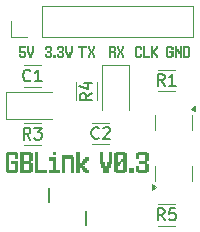
<source format=gbr>
%TF.GenerationSoftware,KiCad,Pcbnew,8.0.6-8.0.6-0~ubuntu22.04.1*%
%TF.CreationDate,2024-11-07T17:30:12-08:00*%
%TF.ProjectId,gbvideo_breakout,67627669-6465-46f5-9f62-7265616b6f75,rev?*%
%TF.SameCoordinates,Original*%
%TF.FileFunction,Legend,Top*%
%TF.FilePolarity,Positive*%
%FSLAX46Y46*%
G04 Gerber Fmt 4.6, Leading zero omitted, Abs format (unit mm)*
G04 Created by KiCad (PCBNEW 8.0.6-8.0.6-0~ubuntu22.04.1) date 2024-11-07 17:30:12*
%MOMM*%
%LPD*%
G01*
G04 APERTURE LIST*
%ADD10C,0.150000*%
%ADD11C,0.200000*%
%ADD12C,0.120000*%
G04 APERTURE END LIST*
D10*
G36*
X136811764Y-80728501D02*
G01*
X136657891Y-80728501D01*
X136504018Y-80728501D01*
X136350145Y-80728501D01*
X136196272Y-80728501D01*
X136196272Y-80575482D01*
X136042400Y-80575482D01*
X136042400Y-80422037D01*
X136042400Y-80269019D01*
X136042400Y-80115573D01*
X136042400Y-79962555D01*
X136042400Y-79812101D01*
X136042400Y-79661648D01*
X136042400Y-79497517D01*
X136042400Y-79342361D01*
X136042400Y-79187633D01*
X136042400Y-79032478D01*
X136196272Y-79032478D01*
X136196272Y-78868347D01*
X136350145Y-78868347D01*
X136504018Y-78868347D01*
X136657891Y-78868347D01*
X136811764Y-78868347D01*
X136965637Y-78868347D01*
X136965637Y-79032478D01*
X137119510Y-79032478D01*
X137119510Y-79187633D01*
X137119510Y-79342361D01*
X137119510Y-79497517D01*
X136965637Y-79497517D01*
X136811764Y-79497517D01*
X136811764Y-79333385D01*
X136811764Y-79169254D01*
X136657891Y-79169254D01*
X136504018Y-79169254D01*
X136350145Y-79169254D01*
X136350145Y-79326547D01*
X136350145Y-79483839D01*
X136350145Y-79641131D01*
X136350145Y-79798424D01*
X136350145Y-79955716D01*
X136350145Y-80113009D01*
X136350145Y-80270301D01*
X136350145Y-80427593D01*
X136504018Y-80427593D01*
X136657891Y-80427593D01*
X136811764Y-80427593D01*
X136811764Y-80272438D01*
X136811764Y-80117710D01*
X136811764Y-79962555D01*
X136657891Y-79962555D01*
X136504018Y-79962555D01*
X136504018Y-79812101D01*
X136504018Y-79661648D01*
X136657891Y-79661648D01*
X136811764Y-79661648D01*
X136965637Y-79661648D01*
X137119510Y-79661648D01*
X137119510Y-79814238D01*
X137119510Y-79966402D01*
X137119510Y-80118992D01*
X137119510Y-80271156D01*
X137119510Y-80423746D01*
X137119510Y-80575910D01*
X136965637Y-80575910D01*
X136965637Y-80728501D01*
X136811764Y-80728501D01*
G37*
G36*
X138189783Y-79026922D02*
G01*
X138343656Y-79026922D01*
X138343656Y-79185496D01*
X138343656Y-79344498D01*
X138343656Y-79503073D01*
X138343656Y-79661648D01*
X138189783Y-79661648D01*
X138189783Y-79814238D01*
X138343656Y-79814238D01*
X138343656Y-79966402D01*
X138343656Y-80118992D01*
X138343656Y-80271156D01*
X138343656Y-80423746D01*
X138343656Y-80575910D01*
X138189783Y-80575910D01*
X138189783Y-80728501D01*
X138035910Y-80728501D01*
X137882037Y-80728501D01*
X137728164Y-80728501D01*
X137574291Y-80728501D01*
X137420418Y-80728501D01*
X137266545Y-80728501D01*
X137266545Y-80575482D01*
X137266545Y-80422037D01*
X137266545Y-80269019D01*
X137266545Y-80117710D01*
X137574291Y-80117710D01*
X137574291Y-80272438D01*
X137574291Y-80427593D01*
X137728164Y-80427593D01*
X137882037Y-80427593D01*
X138035910Y-80427593D01*
X138035910Y-80272438D01*
X138035910Y-80117710D01*
X138035910Y-79962555D01*
X137882037Y-79962555D01*
X137728164Y-79962555D01*
X137574291Y-79962555D01*
X137574291Y-80117710D01*
X137266545Y-80117710D01*
X137266545Y-80115573D01*
X137266545Y-79962555D01*
X137266545Y-79812101D01*
X137266545Y-79661648D01*
X137266545Y-79503073D01*
X137266545Y-79344498D01*
X137266545Y-79333385D01*
X137574291Y-79333385D01*
X137574291Y-79497517D01*
X137574291Y-79661648D01*
X137728164Y-79661648D01*
X137882037Y-79661648D01*
X138035910Y-79661648D01*
X138035910Y-79497517D01*
X138035910Y-79333385D01*
X138035910Y-79169254D01*
X137882037Y-79169254D01*
X137728164Y-79169254D01*
X137574291Y-79169254D01*
X137574291Y-79333385D01*
X137266545Y-79333385D01*
X137266545Y-79185496D01*
X137266545Y-79026922D01*
X137266545Y-78868347D01*
X137420418Y-78868347D01*
X137574291Y-78868347D01*
X137728164Y-78868347D01*
X137882037Y-78868347D01*
X138035910Y-78868347D01*
X138189783Y-78868347D01*
X138189783Y-79026922D01*
G37*
G36*
X139413928Y-80728501D02*
G01*
X139260055Y-80728501D01*
X139106182Y-80728501D01*
X138952309Y-80728501D01*
X138798436Y-80728501D01*
X138644563Y-80728501D01*
X138490690Y-80728501D01*
X138490690Y-80573345D01*
X138490690Y-80418617D01*
X138490690Y-80263462D01*
X138490690Y-80108307D01*
X138490690Y-79953579D01*
X138490690Y-79798424D01*
X138490690Y-79643268D01*
X138490690Y-79488541D01*
X138490690Y-79333385D01*
X138490690Y-79178230D01*
X138490690Y-79023502D01*
X138490690Y-78868347D01*
X138644563Y-78868347D01*
X138798436Y-78868347D01*
X138798436Y-79024357D01*
X138798436Y-79180367D01*
X138798436Y-79335950D01*
X138798436Y-79491960D01*
X138798436Y-79647970D01*
X138798436Y-79803980D01*
X138798436Y-79959990D01*
X138798436Y-80115573D01*
X138798436Y-80271583D01*
X138798436Y-80427593D01*
X138952309Y-80427593D01*
X139106182Y-80427593D01*
X139260055Y-80427593D01*
X139413928Y-80427593D01*
X139567801Y-80427593D01*
X139567801Y-80578047D01*
X139567801Y-80728501D01*
X139413928Y-80728501D01*
G37*
G36*
X140484200Y-80728501D02*
G01*
X140330327Y-80728501D01*
X140176454Y-80728501D01*
X140022581Y-80728501D01*
X139868708Y-80728501D01*
X139714835Y-80728501D01*
X139714835Y-80578047D01*
X139714835Y-80427593D01*
X139868708Y-80427593D01*
X140022581Y-80427593D01*
X140022581Y-80274575D01*
X140022581Y-80121130D01*
X140022581Y-79968111D01*
X140022581Y-79814666D01*
X140022581Y-79661648D01*
X139868708Y-79661648D01*
X139714835Y-79661648D01*
X139714835Y-79511194D01*
X139714835Y-79360741D01*
X139868708Y-79360741D01*
X140022581Y-79360741D01*
X140176454Y-79360741D01*
X140330327Y-79360741D01*
X140330327Y-79513331D01*
X140330327Y-79665495D01*
X140330327Y-79818085D01*
X140330327Y-79970249D01*
X140330327Y-80122839D01*
X140330327Y-80275003D01*
X140330327Y-80427593D01*
X140484200Y-80427593D01*
X140638073Y-80427593D01*
X140638073Y-80578047D01*
X140638073Y-80728501D01*
X140484200Y-80728501D01*
G37*
G36*
X140176454Y-79169254D02*
G01*
X140022581Y-79169254D01*
X140022581Y-79018801D01*
X140022581Y-78868347D01*
X140176454Y-78868347D01*
X140330327Y-78868347D01*
X140330327Y-79018801D01*
X140330327Y-79169254D01*
X140176454Y-79169254D01*
G37*
G36*
X141710055Y-80728501D02*
G01*
X141556182Y-80728501D01*
X141556182Y-80574628D01*
X141556182Y-80420755D01*
X141556182Y-80266882D01*
X141556182Y-80113009D01*
X141556182Y-79959136D01*
X141556182Y-79805263D01*
X141556182Y-79651390D01*
X141556182Y-79497517D01*
X141402309Y-79497517D01*
X141248436Y-79497517D01*
X141094563Y-79497517D01*
X141094563Y-79651390D01*
X141094563Y-79805263D01*
X141094563Y-79959136D01*
X141094563Y-80113009D01*
X141094563Y-80266882D01*
X141094563Y-80420755D01*
X141094563Y-80574628D01*
X141094563Y-80728501D01*
X140940690Y-80728501D01*
X140786817Y-80728501D01*
X140786817Y-80575482D01*
X140786817Y-80422037D01*
X140786817Y-80269019D01*
X140786817Y-80115573D01*
X140786817Y-79962555D01*
X140786817Y-79809537D01*
X140786817Y-79656091D01*
X140786817Y-79503073D01*
X140786817Y-79349628D01*
X140786817Y-79196609D01*
X140940690Y-79196609D01*
X141094563Y-79196609D01*
X141248436Y-79196609D01*
X141402309Y-79196609D01*
X141556182Y-79196609D01*
X141710055Y-79196609D01*
X141710055Y-79349628D01*
X141863928Y-79349628D01*
X141863928Y-79503073D01*
X141863928Y-79656091D01*
X141863928Y-79809537D01*
X141863928Y-79962555D01*
X141863928Y-80115573D01*
X141863928Y-80269019D01*
X141863928Y-80422037D01*
X141863928Y-80575482D01*
X141863928Y-80728501D01*
X141710055Y-80728501D01*
G37*
G36*
X142934200Y-80728501D02*
G01*
X142780327Y-80728501D01*
X142780327Y-80578047D01*
X142626454Y-80578047D01*
X142626454Y-80427593D01*
X142472581Y-80427593D01*
X142472581Y-80263462D01*
X142318708Y-80263462D01*
X142318708Y-80418617D01*
X142318708Y-80573345D01*
X142318708Y-80728501D01*
X142164835Y-80728501D01*
X142010962Y-80728501D01*
X142010962Y-80578047D01*
X142010962Y-80427593D01*
X142010962Y-80277140D01*
X142010962Y-80126686D01*
X142010962Y-79976233D01*
X142010962Y-79825779D01*
X142010962Y-79661648D01*
X142010962Y-79511194D01*
X142010962Y-79360741D01*
X142010962Y-79196609D01*
X142010962Y-79032478D01*
X142010962Y-78868347D01*
X142164835Y-78868347D01*
X142318708Y-78868347D01*
X142318708Y-79027776D01*
X142318708Y-79187633D01*
X142318708Y-79347063D01*
X142318708Y-79506492D01*
X142318708Y-79666349D01*
X142318708Y-79825779D01*
X142472581Y-79825779D01*
X142472581Y-79661648D01*
X142626454Y-79661648D01*
X142626454Y-79511194D01*
X142780327Y-79511194D01*
X142780327Y-79360741D01*
X142934200Y-79360741D01*
X143088073Y-79360741D01*
X143088073Y-79511194D01*
X143088073Y-79661648D01*
X142934200Y-79661648D01*
X142934200Y-79825779D01*
X142780327Y-79825779D01*
X142780327Y-79971531D01*
X142626454Y-79971531D01*
X142626454Y-80117710D01*
X142780327Y-80117710D01*
X142780327Y-80263462D01*
X142934200Y-80263462D01*
X142934200Y-80427593D01*
X143088073Y-80427593D01*
X143088073Y-80578047D01*
X143088073Y-80728501D01*
X142934200Y-80728501D01*
G37*
G36*
X144614835Y-80728501D02*
G01*
X144460962Y-80728501D01*
X144307089Y-80728501D01*
X144307089Y-80573345D01*
X144307089Y-80418617D01*
X144307089Y-80263462D01*
X144153216Y-80263462D01*
X144153216Y-80108307D01*
X144153216Y-79953579D01*
X143999343Y-79953579D01*
X143999343Y-79798424D01*
X143999343Y-79643268D01*
X143999343Y-79488541D01*
X143999343Y-79333385D01*
X143999343Y-79178230D01*
X143999343Y-79023502D01*
X143999343Y-78868347D01*
X144153216Y-78868347D01*
X144307089Y-78868347D01*
X144307089Y-79022220D01*
X144307089Y-79176093D01*
X144307089Y-79329966D01*
X144307089Y-79483839D01*
X144307089Y-79637712D01*
X144307089Y-79791585D01*
X144460962Y-79791585D01*
X144460962Y-79945458D01*
X144460962Y-80099331D01*
X144614835Y-80099331D01*
X144614835Y-79945458D01*
X144614835Y-79791585D01*
X144768708Y-79791585D01*
X144768708Y-79637712D01*
X144768708Y-79483839D01*
X144768708Y-79329966D01*
X144768708Y-79176093D01*
X144768708Y-79022220D01*
X144768708Y-78868347D01*
X144922581Y-78868347D01*
X145076454Y-78868347D01*
X145076454Y-79023502D01*
X145076454Y-79178230D01*
X145076454Y-79333385D01*
X145076454Y-79488541D01*
X145076454Y-79643268D01*
X145076454Y-79798424D01*
X145076454Y-79953579D01*
X144922581Y-79953579D01*
X144922581Y-80108307D01*
X144922581Y-80263462D01*
X144768708Y-80263462D01*
X144768708Y-80418617D01*
X144768708Y-80573345D01*
X144768708Y-80728501D01*
X144614835Y-80728501D01*
G37*
G36*
X146146726Y-79023502D02*
G01*
X146300599Y-79023502D01*
X146300599Y-79178230D01*
X146300599Y-79333385D01*
X146300599Y-79488541D01*
X146300599Y-79643268D01*
X146300599Y-79798424D01*
X146300599Y-79953579D01*
X146300599Y-80108307D01*
X146300599Y-80263462D01*
X146300599Y-80418617D01*
X146300599Y-80573345D01*
X146146726Y-80573345D01*
X146146726Y-80728501D01*
X145992853Y-80728501D01*
X145838980Y-80728501D01*
X145685107Y-80728501D01*
X145531234Y-80728501D01*
X145377361Y-80728501D01*
X145377361Y-80571208D01*
X145223488Y-80571208D01*
X145223488Y-80413916D01*
X145223488Y-80256623D01*
X145223488Y-80099331D01*
X145531234Y-80099331D01*
X145531234Y-80263462D01*
X145531234Y-80427593D01*
X145685107Y-80427593D01*
X145838980Y-80427593D01*
X145992853Y-80427593D01*
X145992853Y-80270301D01*
X145992853Y-80113009D01*
X145992853Y-79955716D01*
X145992853Y-79798424D01*
X145838980Y-79798424D01*
X145838980Y-79962555D01*
X145685107Y-79962555D01*
X145685107Y-80099331D01*
X145531234Y-80099331D01*
X145223488Y-80099331D01*
X145223488Y-79962555D01*
X145223488Y-79798424D01*
X145223488Y-79661648D01*
X145223488Y-79497517D01*
X145223488Y-79340224D01*
X145223488Y-79326547D01*
X145531234Y-79326547D01*
X145531234Y-79483839D01*
X145531234Y-79641131D01*
X145531234Y-79798424D01*
X145685107Y-79798424D01*
X145685107Y-79661648D01*
X145838980Y-79661648D01*
X145838980Y-79497517D01*
X145992853Y-79497517D01*
X145992853Y-79333385D01*
X145992853Y-79169254D01*
X145838980Y-79169254D01*
X145685107Y-79169254D01*
X145531234Y-79169254D01*
X145531234Y-79326547D01*
X145223488Y-79326547D01*
X145223488Y-79182932D01*
X145223488Y-79025639D01*
X145377361Y-79025639D01*
X145377361Y-78868347D01*
X145531234Y-78868347D01*
X145685107Y-78868347D01*
X145838980Y-78868347D01*
X145992853Y-78868347D01*
X146146726Y-78868347D01*
X146146726Y-79023502D01*
G37*
G36*
X146755379Y-80728501D02*
G01*
X146601506Y-80728501D01*
X146447633Y-80728501D01*
X146447633Y-80573345D01*
X146447633Y-80418617D01*
X146447633Y-80263462D01*
X146601506Y-80263462D01*
X146755379Y-80263462D01*
X146909252Y-80263462D01*
X146909252Y-80418617D01*
X146909252Y-80573345D01*
X146909252Y-80728501D01*
X146755379Y-80728501D01*
G37*
G36*
X147829071Y-80728501D02*
G01*
X147675198Y-80728501D01*
X147521325Y-80728501D01*
X147367452Y-80728501D01*
X147213579Y-80728501D01*
X147213579Y-80591725D01*
X147059706Y-80591725D01*
X147059706Y-80436569D01*
X147059706Y-80281841D01*
X147059706Y-80126686D01*
X147213579Y-80126686D01*
X147367452Y-80126686D01*
X147367452Y-80277140D01*
X147367452Y-80427593D01*
X147521325Y-80427593D01*
X147675198Y-80427593D01*
X147829071Y-80427593D01*
X147829071Y-80272438D01*
X147829071Y-80117710D01*
X147829071Y-79962555D01*
X147675198Y-79962555D01*
X147521325Y-79962555D01*
X147367452Y-79962555D01*
X147367452Y-79812101D01*
X147367452Y-79661648D01*
X147521325Y-79661648D01*
X147675198Y-79661648D01*
X147829071Y-79661648D01*
X147829071Y-79497517D01*
X147829071Y-79333385D01*
X147829071Y-79169254D01*
X147675198Y-79169254D01*
X147521325Y-79169254D01*
X147367452Y-79169254D01*
X147367452Y-79333385D01*
X147367452Y-79497517D01*
X147213579Y-79497517D01*
X147059706Y-79497517D01*
X147059706Y-79342361D01*
X147059706Y-79187633D01*
X147059706Y-79032478D01*
X147213579Y-79032478D01*
X147213579Y-78868347D01*
X147367452Y-78868347D01*
X147521325Y-78868347D01*
X147675198Y-78868347D01*
X147829071Y-78868347D01*
X147982944Y-78868347D01*
X147982944Y-79032478D01*
X148136817Y-79032478D01*
X148136817Y-79189771D01*
X148136817Y-79347063D01*
X148136817Y-79504355D01*
X148136817Y-79661648D01*
X147982944Y-79661648D01*
X147982944Y-79812101D01*
X147982944Y-79962555D01*
X148136817Y-79962555D01*
X148136817Y-80119847D01*
X148136817Y-80277140D01*
X148136817Y-80434432D01*
X148136817Y-80591725D01*
X147982944Y-80591725D01*
X147982944Y-80728501D01*
X147829071Y-80728501D01*
G37*
G36*
X150076837Y-70983600D02*
G01*
X149988909Y-70983600D01*
X149900982Y-70983600D01*
X149813054Y-70983600D01*
X149725127Y-70983600D01*
X149725127Y-70896161D01*
X149637200Y-70896161D01*
X149637200Y-70808477D01*
X149637200Y-70721038D01*
X149637200Y-70633355D01*
X149637200Y-70545916D01*
X149637200Y-70459943D01*
X149637200Y-70373969D01*
X149637200Y-70280180D01*
X149637200Y-70191520D01*
X149637200Y-70103104D01*
X149637200Y-70014444D01*
X149725127Y-70014444D01*
X149725127Y-69920655D01*
X149813054Y-69920655D01*
X149900982Y-69920655D01*
X149988909Y-69920655D01*
X150076837Y-69920655D01*
X150164764Y-69920655D01*
X150164764Y-70014444D01*
X150252691Y-70014444D01*
X150252691Y-70103104D01*
X150252691Y-70191520D01*
X150252691Y-70280180D01*
X150164764Y-70280180D01*
X150076837Y-70280180D01*
X150076837Y-70186391D01*
X150076837Y-70092602D01*
X149988909Y-70092602D01*
X149900982Y-70092602D01*
X149813054Y-70092602D01*
X149813054Y-70182483D01*
X149813054Y-70272364D01*
X149813054Y-70362246D01*
X149813054Y-70452127D01*
X149813054Y-70542008D01*
X149813054Y-70631890D01*
X149813054Y-70721771D01*
X149813054Y-70811653D01*
X149900982Y-70811653D01*
X149988909Y-70811653D01*
X150076837Y-70811653D01*
X150076837Y-70722992D01*
X150076837Y-70634576D01*
X150076837Y-70545916D01*
X149988909Y-70545916D01*
X149900982Y-70545916D01*
X149900982Y-70459943D01*
X149900982Y-70373969D01*
X149988909Y-70373969D01*
X150076837Y-70373969D01*
X150164764Y-70373969D01*
X150252691Y-70373969D01*
X150252691Y-70461164D01*
X150252691Y-70548115D01*
X150252691Y-70635309D01*
X150252691Y-70722260D01*
X150252691Y-70809454D01*
X150252691Y-70896405D01*
X150164764Y-70896405D01*
X150164764Y-70983600D01*
X150076837Y-70983600D01*
G37*
G36*
X150864276Y-70983600D02*
G01*
X150776348Y-70983600D01*
X150776348Y-70897626D01*
X150776348Y-70811653D01*
X150776348Y-70725679D01*
X150776348Y-70639706D01*
X150688421Y-70639706D01*
X150600493Y-70639706D01*
X150600493Y-70545916D01*
X150600493Y-70452127D01*
X150512566Y-70452127D01*
X150512566Y-70540787D01*
X150512566Y-70629203D01*
X150512566Y-70717863D01*
X150512566Y-70806523D01*
X150512566Y-70894939D01*
X150512566Y-70983600D01*
X150424638Y-70983600D01*
X150336711Y-70983600D01*
X150336711Y-70894939D01*
X150336711Y-70806523D01*
X150336711Y-70717863D01*
X150336711Y-70629203D01*
X150336711Y-70540787D01*
X150336711Y-70452127D01*
X150336711Y-70363467D01*
X150336711Y-70275051D01*
X150336711Y-70186391D01*
X150336711Y-70097731D01*
X150336711Y-70009315D01*
X150336711Y-69920655D01*
X150424638Y-69920655D01*
X150512566Y-69920655D01*
X150512566Y-70009315D01*
X150512566Y-70097731D01*
X150512566Y-70186391D01*
X150600493Y-70186391D01*
X150688421Y-70186391D01*
X150688421Y-70280180D01*
X150688421Y-70373969D01*
X150776348Y-70373969D01*
X150776348Y-70283355D01*
X150776348Y-70192741D01*
X150776348Y-70101883D01*
X150776348Y-70011269D01*
X150776348Y-69920655D01*
X150864276Y-69920655D01*
X150952203Y-69920655D01*
X150952203Y-70009315D01*
X150952203Y-70097731D01*
X150952203Y-70186391D01*
X150952203Y-70275051D01*
X150952203Y-70363467D01*
X150952203Y-70452127D01*
X150952203Y-70540787D01*
X150952203Y-70629203D01*
X150952203Y-70717863D01*
X150952203Y-70806523D01*
X150952203Y-70894939D01*
X150952203Y-70983600D01*
X150864276Y-70983600D01*
G37*
G36*
X151563787Y-70009315D02*
G01*
X151651715Y-70009315D01*
X151651715Y-70097731D01*
X151651715Y-70186391D01*
X151651715Y-70275051D01*
X151651715Y-70363467D01*
X151651715Y-70452127D01*
X151651715Y-70540787D01*
X151651715Y-70629203D01*
X151651715Y-70717863D01*
X151651715Y-70806523D01*
X151651715Y-70894939D01*
X151563787Y-70894939D01*
X151563787Y-70983600D01*
X151475860Y-70983600D01*
X151387932Y-70983600D01*
X151300005Y-70983600D01*
X151212077Y-70983600D01*
X151124150Y-70983600D01*
X151036223Y-70983600D01*
X151036223Y-70894939D01*
X151036223Y-70806523D01*
X151036223Y-70717863D01*
X151036223Y-70629203D01*
X151036223Y-70540787D01*
X151036223Y-70452127D01*
X151036223Y-70363467D01*
X151036223Y-70275051D01*
X151036223Y-70186391D01*
X151036223Y-70182483D01*
X151212077Y-70182483D01*
X151212077Y-70272364D01*
X151212077Y-70362246D01*
X151212077Y-70452127D01*
X151212077Y-70542008D01*
X151212077Y-70631890D01*
X151212077Y-70721771D01*
X151212077Y-70811653D01*
X151300005Y-70811653D01*
X151387932Y-70811653D01*
X151475860Y-70811653D01*
X151475860Y-70721771D01*
X151475860Y-70631890D01*
X151475860Y-70542008D01*
X151475860Y-70452127D01*
X151475860Y-70362246D01*
X151475860Y-70272364D01*
X151475860Y-70182483D01*
X151475860Y-70092602D01*
X151387932Y-70092602D01*
X151300005Y-70092602D01*
X151212077Y-70092602D01*
X151212077Y-70182483D01*
X151036223Y-70182483D01*
X151036223Y-70097731D01*
X151036223Y-70009315D01*
X151036223Y-69920655D01*
X151124150Y-69920655D01*
X151212077Y-69920655D01*
X151300005Y-69920655D01*
X151387932Y-69920655D01*
X151475860Y-69920655D01*
X151563787Y-69920655D01*
X151563787Y-70009315D01*
G37*
G36*
X147401970Y-70983600D02*
G01*
X147314042Y-70983600D01*
X147226115Y-70983600D01*
X147138187Y-70983600D01*
X147050260Y-70983600D01*
X147050260Y-70889810D01*
X146962333Y-70889810D01*
X146962333Y-70801150D01*
X146962333Y-70712734D01*
X146962333Y-70624074D01*
X146962333Y-70538101D01*
X146962333Y-70452127D01*
X146962333Y-70366154D01*
X146962333Y-70280180D01*
X146962333Y-70191520D01*
X146962333Y-70103104D01*
X146962333Y-70014444D01*
X147050260Y-70014444D01*
X147050260Y-69920655D01*
X147138187Y-69920655D01*
X147226115Y-69920655D01*
X147314042Y-69920655D01*
X147401970Y-69920655D01*
X147489897Y-69920655D01*
X147489897Y-70014444D01*
X147577824Y-70014444D01*
X147577824Y-70103104D01*
X147577824Y-70191520D01*
X147577824Y-70280180D01*
X147489897Y-70280180D01*
X147401970Y-70280180D01*
X147401970Y-70186391D01*
X147401970Y-70092602D01*
X147314042Y-70092602D01*
X147226115Y-70092602D01*
X147138187Y-70092602D01*
X147138187Y-70182483D01*
X147138187Y-70272364D01*
X147138187Y-70362246D01*
X147138187Y-70452127D01*
X147138187Y-70542008D01*
X147138187Y-70631890D01*
X147138187Y-70721771D01*
X147138187Y-70811653D01*
X147226115Y-70811653D01*
X147314042Y-70811653D01*
X147401970Y-70811653D01*
X147401970Y-70717863D01*
X147401970Y-70624074D01*
X147489897Y-70624074D01*
X147577824Y-70624074D01*
X147577824Y-70712734D01*
X147577824Y-70801150D01*
X147577824Y-70889810D01*
X147489897Y-70889810D01*
X147489897Y-70983600D01*
X147401970Y-70983600D01*
G37*
G36*
X148189409Y-70983600D02*
G01*
X148101481Y-70983600D01*
X148013554Y-70983600D01*
X147925626Y-70983600D01*
X147837699Y-70983600D01*
X147749771Y-70983600D01*
X147661844Y-70983600D01*
X147661844Y-70894939D01*
X147661844Y-70806523D01*
X147661844Y-70717863D01*
X147661844Y-70629203D01*
X147661844Y-70540787D01*
X147661844Y-70452127D01*
X147661844Y-70363467D01*
X147661844Y-70275051D01*
X147661844Y-70186391D01*
X147661844Y-70097731D01*
X147661844Y-70009315D01*
X147661844Y-69920655D01*
X147749771Y-69920655D01*
X147837699Y-69920655D01*
X147837699Y-70009803D01*
X147837699Y-70098952D01*
X147837699Y-70187856D01*
X147837699Y-70277005D01*
X147837699Y-70366154D01*
X147837699Y-70455302D01*
X147837699Y-70544451D01*
X147837699Y-70633355D01*
X147837699Y-70722504D01*
X147837699Y-70811653D01*
X147925626Y-70811653D01*
X148013554Y-70811653D01*
X148101481Y-70811653D01*
X148189409Y-70811653D01*
X148277336Y-70811653D01*
X148277336Y-70897626D01*
X148277336Y-70983600D01*
X148189409Y-70983600D01*
G37*
G36*
X148888920Y-70983600D02*
G01*
X148800993Y-70983600D01*
X148800993Y-70894939D01*
X148800993Y-70806523D01*
X148713065Y-70806523D01*
X148713065Y-70717863D01*
X148625138Y-70717863D01*
X148625138Y-70624074D01*
X148537210Y-70624074D01*
X148537210Y-70713955D01*
X148537210Y-70803837D01*
X148537210Y-70893718D01*
X148537210Y-70983600D01*
X148449283Y-70983600D01*
X148361356Y-70983600D01*
X148361356Y-70896161D01*
X148361356Y-70808477D01*
X148361356Y-70721038D01*
X148361356Y-70633355D01*
X148361356Y-70545916D01*
X148361356Y-70458477D01*
X148361356Y-70370794D01*
X148361356Y-70283355D01*
X148361356Y-70195672D01*
X148361356Y-70108233D01*
X148361356Y-70014444D01*
X148361356Y-69920655D01*
X148449283Y-69920655D01*
X148537210Y-69920655D01*
X148537210Y-70014444D01*
X148537210Y-70108233D01*
X148537210Y-70194207D01*
X148537210Y-70280180D01*
X148625138Y-70280180D01*
X148625138Y-70186391D01*
X148713065Y-70186391D01*
X148713065Y-70108233D01*
X148800993Y-70108233D01*
X148800993Y-70014444D01*
X148800993Y-69920655D01*
X148888920Y-69920655D01*
X148976848Y-69920655D01*
X148976848Y-70014444D01*
X148976848Y-70108233D01*
X148976848Y-70186391D01*
X148888920Y-70186391D01*
X148888920Y-70280180D01*
X148800993Y-70280180D01*
X148800993Y-70366154D01*
X148713065Y-70366154D01*
X148713065Y-70452127D01*
X148713065Y-70538101D01*
X148800993Y-70538101D01*
X148800993Y-70624074D01*
X148888920Y-70624074D01*
X148888920Y-70717863D01*
X148976848Y-70717863D01*
X148976848Y-70806523D01*
X148976848Y-70894939D01*
X148976848Y-70983600D01*
X148888920Y-70983600D01*
G37*
G36*
X145299653Y-70011269D02*
G01*
X145387580Y-70011269D01*
X145387580Y-70101883D01*
X145387580Y-70192741D01*
X145387580Y-70283355D01*
X145387580Y-70373969D01*
X145299653Y-70373969D01*
X145299653Y-70461164D01*
X145387580Y-70461164D01*
X145387580Y-70548115D01*
X145387580Y-70635309D01*
X145387580Y-70722260D01*
X145387580Y-70809454D01*
X145387580Y-70896405D01*
X145387580Y-70983600D01*
X145299653Y-70983600D01*
X145211726Y-70983600D01*
X145211726Y-70896161D01*
X145211726Y-70808477D01*
X145211726Y-70721038D01*
X145211726Y-70633355D01*
X145211726Y-70545916D01*
X145123798Y-70545916D01*
X145035871Y-70545916D01*
X144947943Y-70545916D01*
X144947943Y-70633355D01*
X144947943Y-70721038D01*
X144947943Y-70808477D01*
X144947943Y-70896161D01*
X144947943Y-70983600D01*
X144860016Y-70983600D01*
X144772089Y-70983600D01*
X144772089Y-70894939D01*
X144772089Y-70806523D01*
X144772089Y-70717863D01*
X144772089Y-70629203D01*
X144772089Y-70540787D01*
X144772089Y-70452127D01*
X144772089Y-70363467D01*
X144772089Y-70275051D01*
X144772089Y-70186391D01*
X144947943Y-70186391D01*
X144947943Y-70280180D01*
X144947943Y-70373969D01*
X145035871Y-70373969D01*
X145123798Y-70373969D01*
X145211726Y-70373969D01*
X145211726Y-70280180D01*
X145211726Y-70186391D01*
X145211726Y-70092602D01*
X145123798Y-70092602D01*
X145035871Y-70092602D01*
X144947943Y-70092602D01*
X144947943Y-70186391D01*
X144772089Y-70186391D01*
X144772089Y-70097731D01*
X144772089Y-70009315D01*
X144772089Y-69920655D01*
X144860016Y-69920655D01*
X144947943Y-69920655D01*
X145035871Y-69920655D01*
X145123798Y-69920655D01*
X145211726Y-69920655D01*
X145299653Y-69920655D01*
X145299653Y-70011269D01*
G37*
G36*
X145999165Y-70983600D02*
G01*
X145911237Y-70983600D01*
X145911237Y-70894939D01*
X145911237Y-70806523D01*
X145911237Y-70717863D01*
X145823310Y-70717863D01*
X145823310Y-70631890D01*
X145823310Y-70545916D01*
X145735382Y-70545916D01*
X145735382Y-70631890D01*
X145735382Y-70717863D01*
X145647455Y-70717863D01*
X145647455Y-70806523D01*
X145647455Y-70894939D01*
X145647455Y-70983600D01*
X145559527Y-70983600D01*
X145471600Y-70983600D01*
X145471600Y-70894939D01*
X145471600Y-70806523D01*
X145471600Y-70717863D01*
X145559527Y-70717863D01*
X145559527Y-70631890D01*
X145559527Y-70545916D01*
X145647455Y-70545916D01*
X145647455Y-70459943D01*
X145647455Y-70373969D01*
X145559527Y-70373969D01*
X145559527Y-70280180D01*
X145559527Y-70186391D01*
X145471600Y-70186391D01*
X145471600Y-70097731D01*
X145471600Y-70009315D01*
X145471600Y-69920655D01*
X145559527Y-69920655D01*
X145647455Y-69920655D01*
X145647455Y-70009315D01*
X145647455Y-70097731D01*
X145647455Y-70186391D01*
X145735382Y-70186391D01*
X145735382Y-70280180D01*
X145735382Y-70373969D01*
X145823310Y-70373969D01*
X145823310Y-70280180D01*
X145823310Y-70186391D01*
X145911237Y-70186391D01*
X145911237Y-70097731D01*
X145911237Y-70009315D01*
X145911237Y-69920655D01*
X145999165Y-69920655D01*
X146087092Y-69920655D01*
X146087092Y-70009315D01*
X146087092Y-70097731D01*
X146087092Y-70186391D01*
X145999165Y-70186391D01*
X145999165Y-70280180D01*
X145999165Y-70373969D01*
X145911237Y-70373969D01*
X145911237Y-70459943D01*
X145911237Y-70545916D01*
X145999165Y-70545916D01*
X145999165Y-70631890D01*
X145999165Y-70717863D01*
X146087092Y-70717863D01*
X146087092Y-70806523D01*
X146087092Y-70894939D01*
X146087092Y-70983600D01*
X145999165Y-70983600D01*
G37*
G36*
X142539834Y-70983600D02*
G01*
X142451907Y-70983600D01*
X142451907Y-70894451D01*
X142451907Y-70805302D01*
X142451907Y-70716398D01*
X142451907Y-70627249D01*
X142451907Y-70538101D01*
X142451907Y-70448952D01*
X142451907Y-70359803D01*
X142451907Y-70270899D01*
X142451907Y-70181750D01*
X142451907Y-70092602D01*
X142363979Y-70092602D01*
X142276052Y-70092602D01*
X142188125Y-70092602D01*
X142188125Y-70006628D01*
X142188125Y-69920655D01*
X142276052Y-69920655D01*
X142363979Y-69920655D01*
X142451907Y-69920655D01*
X142539834Y-69920655D01*
X142627762Y-69920655D01*
X142715689Y-69920655D01*
X142803616Y-69920655D01*
X142891544Y-69920655D01*
X142891544Y-70006628D01*
X142891544Y-70092602D01*
X142803616Y-70092602D01*
X142715689Y-70092602D01*
X142627762Y-70092602D01*
X142627762Y-70181750D01*
X142627762Y-70270899D01*
X142627762Y-70359803D01*
X142627762Y-70448952D01*
X142627762Y-70538101D01*
X142627762Y-70627249D01*
X142627762Y-70716398D01*
X142627762Y-70805302D01*
X142627762Y-70894451D01*
X142627762Y-70983600D01*
X142539834Y-70983600D01*
G37*
G36*
X143503128Y-70983600D02*
G01*
X143415201Y-70983600D01*
X143415201Y-70894939D01*
X143415201Y-70806523D01*
X143415201Y-70717863D01*
X143327273Y-70717863D01*
X143327273Y-70631890D01*
X143327273Y-70545916D01*
X143239346Y-70545916D01*
X143239346Y-70631890D01*
X143239346Y-70717863D01*
X143151418Y-70717863D01*
X143151418Y-70806523D01*
X143151418Y-70894939D01*
X143151418Y-70983600D01*
X143063491Y-70983600D01*
X142975563Y-70983600D01*
X142975563Y-70894939D01*
X142975563Y-70806523D01*
X142975563Y-70717863D01*
X143063491Y-70717863D01*
X143063491Y-70631890D01*
X143063491Y-70545916D01*
X143151418Y-70545916D01*
X143151418Y-70459943D01*
X143151418Y-70373969D01*
X143063491Y-70373969D01*
X143063491Y-70280180D01*
X143063491Y-70186391D01*
X142975563Y-70186391D01*
X142975563Y-70097731D01*
X142975563Y-70009315D01*
X142975563Y-69920655D01*
X143063491Y-69920655D01*
X143151418Y-69920655D01*
X143151418Y-70009315D01*
X143151418Y-70097731D01*
X143151418Y-70186391D01*
X143239346Y-70186391D01*
X143239346Y-70280180D01*
X143239346Y-70373969D01*
X143327273Y-70373969D01*
X143327273Y-70280180D01*
X143327273Y-70186391D01*
X143415201Y-70186391D01*
X143415201Y-70097731D01*
X143415201Y-70009315D01*
X143415201Y-69920655D01*
X143503128Y-69920655D01*
X143591055Y-69920655D01*
X143591055Y-70009315D01*
X143591055Y-70097731D01*
X143591055Y-70186391D01*
X143503128Y-70186391D01*
X143503128Y-70280180D01*
X143503128Y-70373969D01*
X143415201Y-70373969D01*
X143415201Y-70459943D01*
X143415201Y-70545916D01*
X143503128Y-70545916D01*
X143503128Y-70631890D01*
X143503128Y-70717863D01*
X143591055Y-70717863D01*
X143591055Y-70806523D01*
X143591055Y-70894939D01*
X143591055Y-70983600D01*
X143503128Y-70983600D01*
G37*
G36*
X139783176Y-70983600D02*
G01*
X139695248Y-70983600D01*
X139607321Y-70983600D01*
X139519393Y-70983600D01*
X139431466Y-70983600D01*
X139431466Y-70905442D01*
X139343539Y-70905442D01*
X139343539Y-70816782D01*
X139343539Y-70728366D01*
X139343539Y-70639706D01*
X139431466Y-70639706D01*
X139519393Y-70639706D01*
X139519393Y-70725679D01*
X139519393Y-70811653D01*
X139607321Y-70811653D01*
X139695248Y-70811653D01*
X139783176Y-70811653D01*
X139783176Y-70722992D01*
X139783176Y-70634576D01*
X139783176Y-70545916D01*
X139695248Y-70545916D01*
X139607321Y-70545916D01*
X139519393Y-70545916D01*
X139519393Y-70459943D01*
X139519393Y-70373969D01*
X139607321Y-70373969D01*
X139695248Y-70373969D01*
X139783176Y-70373969D01*
X139783176Y-70280180D01*
X139783176Y-70186391D01*
X139783176Y-70092602D01*
X139695248Y-70092602D01*
X139607321Y-70092602D01*
X139519393Y-70092602D01*
X139519393Y-70186391D01*
X139519393Y-70280180D01*
X139431466Y-70280180D01*
X139343539Y-70280180D01*
X139343539Y-70191520D01*
X139343539Y-70103104D01*
X139343539Y-70014444D01*
X139431466Y-70014444D01*
X139431466Y-69920655D01*
X139519393Y-69920655D01*
X139607321Y-69920655D01*
X139695248Y-69920655D01*
X139783176Y-69920655D01*
X139871103Y-69920655D01*
X139871103Y-70014444D01*
X139959030Y-70014444D01*
X139959030Y-70104325D01*
X139959030Y-70194207D01*
X139959030Y-70284088D01*
X139959030Y-70373969D01*
X139871103Y-70373969D01*
X139871103Y-70459943D01*
X139871103Y-70545916D01*
X139959030Y-70545916D01*
X139959030Y-70635798D01*
X139959030Y-70725679D01*
X139959030Y-70815560D01*
X139959030Y-70905442D01*
X139871103Y-70905442D01*
X139871103Y-70983600D01*
X139783176Y-70983600D01*
G37*
G36*
X140218905Y-70983600D02*
G01*
X140130977Y-70983600D01*
X140043050Y-70983600D01*
X140043050Y-70894939D01*
X140043050Y-70806523D01*
X140043050Y-70717863D01*
X140130977Y-70717863D01*
X140218905Y-70717863D01*
X140306832Y-70717863D01*
X140306832Y-70806523D01*
X140306832Y-70894939D01*
X140306832Y-70983600D01*
X140218905Y-70983600D01*
G37*
G36*
X140832443Y-70983600D02*
G01*
X140744515Y-70983600D01*
X140656588Y-70983600D01*
X140568661Y-70983600D01*
X140480733Y-70983600D01*
X140480733Y-70905442D01*
X140392806Y-70905442D01*
X140392806Y-70816782D01*
X140392806Y-70728366D01*
X140392806Y-70639706D01*
X140480733Y-70639706D01*
X140568661Y-70639706D01*
X140568661Y-70725679D01*
X140568661Y-70811653D01*
X140656588Y-70811653D01*
X140744515Y-70811653D01*
X140832443Y-70811653D01*
X140832443Y-70722992D01*
X140832443Y-70634576D01*
X140832443Y-70545916D01*
X140744515Y-70545916D01*
X140656588Y-70545916D01*
X140568661Y-70545916D01*
X140568661Y-70459943D01*
X140568661Y-70373969D01*
X140656588Y-70373969D01*
X140744515Y-70373969D01*
X140832443Y-70373969D01*
X140832443Y-70280180D01*
X140832443Y-70186391D01*
X140832443Y-70092602D01*
X140744515Y-70092602D01*
X140656588Y-70092602D01*
X140568661Y-70092602D01*
X140568661Y-70186391D01*
X140568661Y-70280180D01*
X140480733Y-70280180D01*
X140392806Y-70280180D01*
X140392806Y-70191520D01*
X140392806Y-70103104D01*
X140392806Y-70014444D01*
X140480733Y-70014444D01*
X140480733Y-69920655D01*
X140568661Y-69920655D01*
X140656588Y-69920655D01*
X140744515Y-69920655D01*
X140832443Y-69920655D01*
X140920370Y-69920655D01*
X140920370Y-70014444D01*
X141008298Y-70014444D01*
X141008298Y-70104325D01*
X141008298Y-70194207D01*
X141008298Y-70284088D01*
X141008298Y-70373969D01*
X140920370Y-70373969D01*
X140920370Y-70459943D01*
X140920370Y-70545916D01*
X141008298Y-70545916D01*
X141008298Y-70635798D01*
X141008298Y-70725679D01*
X141008298Y-70815560D01*
X141008298Y-70905442D01*
X140920370Y-70905442D01*
X140920370Y-70983600D01*
X140832443Y-70983600D01*
G37*
G36*
X141444027Y-70983600D02*
G01*
X141356100Y-70983600D01*
X141268172Y-70983600D01*
X141268172Y-70894939D01*
X141268172Y-70806523D01*
X141268172Y-70717863D01*
X141180245Y-70717863D01*
X141180245Y-70629203D01*
X141180245Y-70540787D01*
X141092317Y-70540787D01*
X141092317Y-70452127D01*
X141092317Y-70363467D01*
X141092317Y-70275051D01*
X141092317Y-70186391D01*
X141092317Y-70097731D01*
X141092317Y-70009315D01*
X141092317Y-69920655D01*
X141180245Y-69920655D01*
X141268172Y-69920655D01*
X141268172Y-70008582D01*
X141268172Y-70096509D01*
X141268172Y-70184437D01*
X141268172Y-70272364D01*
X141268172Y-70360292D01*
X141268172Y-70448219D01*
X141356100Y-70448219D01*
X141356100Y-70536147D01*
X141356100Y-70624074D01*
X141444027Y-70624074D01*
X141444027Y-70536147D01*
X141444027Y-70448219D01*
X141531954Y-70448219D01*
X141531954Y-70360292D01*
X141531954Y-70272364D01*
X141531954Y-70184437D01*
X141531954Y-70096509D01*
X141531954Y-70008582D01*
X141531954Y-69920655D01*
X141619882Y-69920655D01*
X141707809Y-69920655D01*
X141707809Y-70009315D01*
X141707809Y-70097731D01*
X141707809Y-70186391D01*
X141707809Y-70275051D01*
X141707809Y-70363467D01*
X141707809Y-70452127D01*
X141707809Y-70540787D01*
X141619882Y-70540787D01*
X141619882Y-70629203D01*
X141619882Y-70717863D01*
X141531954Y-70717863D01*
X141531954Y-70806523D01*
X141531954Y-70894939D01*
X141531954Y-70983600D01*
X141444027Y-70983600D01*
G37*
G36*
X137591726Y-70983600D02*
G01*
X137503798Y-70983600D01*
X137415871Y-70983600D01*
X137327943Y-70983600D01*
X137240016Y-70983600D01*
X137240016Y-70889810D01*
X137152089Y-70889810D01*
X137152089Y-70801150D01*
X137152089Y-70712734D01*
X137152089Y-70624074D01*
X137240016Y-70624074D01*
X137327943Y-70624074D01*
X137327943Y-70717863D01*
X137327943Y-70811653D01*
X137415871Y-70811653D01*
X137503798Y-70811653D01*
X137591726Y-70811653D01*
X137591726Y-70722992D01*
X137591726Y-70634576D01*
X137591726Y-70545916D01*
X137503798Y-70545916D01*
X137415871Y-70545916D01*
X137327943Y-70545916D01*
X137240016Y-70545916D01*
X137152089Y-70545916D01*
X137152089Y-70456523D01*
X137152089Y-70367375D01*
X137152089Y-70277982D01*
X137152089Y-70188589D01*
X137152089Y-70099196D01*
X137152089Y-70010048D01*
X137152089Y-69920655D01*
X137240016Y-69920655D01*
X137327943Y-69920655D01*
X137415871Y-69920655D01*
X137503798Y-69920655D01*
X137591726Y-69920655D01*
X137679653Y-69920655D01*
X137767580Y-69920655D01*
X137767580Y-70006628D01*
X137767580Y-70092602D01*
X137679653Y-70092602D01*
X137591726Y-70092602D01*
X137503798Y-70092602D01*
X137415871Y-70092602D01*
X137327943Y-70092602D01*
X137327943Y-70186391D01*
X137327943Y-70280180D01*
X137327943Y-70373969D01*
X137415871Y-70373969D01*
X137503798Y-70373969D01*
X137591726Y-70373969D01*
X137679653Y-70373969D01*
X137679653Y-70459943D01*
X137767580Y-70459943D01*
X137767580Y-70545916D01*
X137767580Y-70631890D01*
X137767580Y-70717863D01*
X137767580Y-70803837D01*
X137767580Y-70889810D01*
X137679653Y-70889810D01*
X137679653Y-70983600D01*
X137591726Y-70983600D01*
G37*
G36*
X138203310Y-70983600D02*
G01*
X138115382Y-70983600D01*
X138027455Y-70983600D01*
X138027455Y-70894939D01*
X138027455Y-70806523D01*
X138027455Y-70717863D01*
X137939527Y-70717863D01*
X137939527Y-70629203D01*
X137939527Y-70540787D01*
X137851600Y-70540787D01*
X137851600Y-70452127D01*
X137851600Y-70363467D01*
X137851600Y-70275051D01*
X137851600Y-70186391D01*
X137851600Y-70097731D01*
X137851600Y-70009315D01*
X137851600Y-69920655D01*
X137939527Y-69920655D01*
X138027455Y-69920655D01*
X138027455Y-70008582D01*
X138027455Y-70096509D01*
X138027455Y-70184437D01*
X138027455Y-70272364D01*
X138027455Y-70360292D01*
X138027455Y-70448219D01*
X138115382Y-70448219D01*
X138115382Y-70536147D01*
X138115382Y-70624074D01*
X138203310Y-70624074D01*
X138203310Y-70536147D01*
X138203310Y-70448219D01*
X138291237Y-70448219D01*
X138291237Y-70360292D01*
X138291237Y-70272364D01*
X138291237Y-70184437D01*
X138291237Y-70096509D01*
X138291237Y-70008582D01*
X138291237Y-69920655D01*
X138379165Y-69920655D01*
X138467092Y-69920655D01*
X138467092Y-70009315D01*
X138467092Y-70097731D01*
X138467092Y-70186391D01*
X138467092Y-70275051D01*
X138467092Y-70363467D01*
X138467092Y-70452127D01*
X138467092Y-70540787D01*
X138379165Y-70540787D01*
X138379165Y-70629203D01*
X138379165Y-70717863D01*
X138291237Y-70717863D01*
X138291237Y-70806523D01*
X138291237Y-70894939D01*
X138291237Y-70983600D01*
X138203310Y-70983600D01*
G37*
X143927533Y-77710780D02*
X143879914Y-77758400D01*
X143879914Y-77758400D02*
X143737057Y-77806019D01*
X143737057Y-77806019D02*
X143641819Y-77806019D01*
X143641819Y-77806019D02*
X143498962Y-77758400D01*
X143498962Y-77758400D02*
X143403724Y-77663161D01*
X143403724Y-77663161D02*
X143356105Y-77567923D01*
X143356105Y-77567923D02*
X143308486Y-77377447D01*
X143308486Y-77377447D02*
X143308486Y-77234590D01*
X143308486Y-77234590D02*
X143356105Y-77044114D01*
X143356105Y-77044114D02*
X143403724Y-76948876D01*
X143403724Y-76948876D02*
X143498962Y-76853638D01*
X143498962Y-76853638D02*
X143641819Y-76806019D01*
X143641819Y-76806019D02*
X143737057Y-76806019D01*
X143737057Y-76806019D02*
X143879914Y-76853638D01*
X143879914Y-76853638D02*
X143927533Y-76901257D01*
X144308486Y-76901257D02*
X144356105Y-76853638D01*
X144356105Y-76853638D02*
X144451343Y-76806019D01*
X144451343Y-76806019D02*
X144689438Y-76806019D01*
X144689438Y-76806019D02*
X144784676Y-76853638D01*
X144784676Y-76853638D02*
X144832295Y-76901257D01*
X144832295Y-76901257D02*
X144879914Y-76996495D01*
X144879914Y-76996495D02*
X144879914Y-77091733D01*
X144879914Y-77091733D02*
X144832295Y-77234590D01*
X144832295Y-77234590D02*
X144260867Y-77806019D01*
X144260867Y-77806019D02*
X144879914Y-77806019D01*
X138142133Y-72833980D02*
X138094514Y-72881600D01*
X138094514Y-72881600D02*
X137951657Y-72929219D01*
X137951657Y-72929219D02*
X137856419Y-72929219D01*
X137856419Y-72929219D02*
X137713562Y-72881600D01*
X137713562Y-72881600D02*
X137618324Y-72786361D01*
X137618324Y-72786361D02*
X137570705Y-72691123D01*
X137570705Y-72691123D02*
X137523086Y-72500647D01*
X137523086Y-72500647D02*
X137523086Y-72357790D01*
X137523086Y-72357790D02*
X137570705Y-72167314D01*
X137570705Y-72167314D02*
X137618324Y-72072076D01*
X137618324Y-72072076D02*
X137713562Y-71976838D01*
X137713562Y-71976838D02*
X137856419Y-71929219D01*
X137856419Y-71929219D02*
X137951657Y-71929219D01*
X137951657Y-71929219D02*
X138094514Y-71976838D01*
X138094514Y-71976838D02*
X138142133Y-72024457D01*
X139094514Y-72929219D02*
X138523086Y-72929219D01*
X138808800Y-72929219D02*
X138808800Y-71929219D01*
X138808800Y-71929219D02*
X138713562Y-72072076D01*
X138713562Y-72072076D02*
X138618324Y-72167314D01*
X138618324Y-72167314D02*
X138523086Y-72214933D01*
X149498533Y-84686419D02*
X149165200Y-84210228D01*
X148927105Y-84686419D02*
X148927105Y-83686419D01*
X148927105Y-83686419D02*
X149308057Y-83686419D01*
X149308057Y-83686419D02*
X149403295Y-83734038D01*
X149403295Y-83734038D02*
X149450914Y-83781657D01*
X149450914Y-83781657D02*
X149498533Y-83876895D01*
X149498533Y-83876895D02*
X149498533Y-84019752D01*
X149498533Y-84019752D02*
X149450914Y-84114990D01*
X149450914Y-84114990D02*
X149403295Y-84162609D01*
X149403295Y-84162609D02*
X149308057Y-84210228D01*
X149308057Y-84210228D02*
X148927105Y-84210228D01*
X150403295Y-83686419D02*
X149927105Y-83686419D01*
X149927105Y-83686419D02*
X149879486Y-84162609D01*
X149879486Y-84162609D02*
X149927105Y-84114990D01*
X149927105Y-84114990D02*
X150022343Y-84067371D01*
X150022343Y-84067371D02*
X150260438Y-84067371D01*
X150260438Y-84067371D02*
X150355676Y-84114990D01*
X150355676Y-84114990D02*
X150403295Y-84162609D01*
X150403295Y-84162609D02*
X150450914Y-84257847D01*
X150450914Y-84257847D02*
X150450914Y-84495942D01*
X150450914Y-84495942D02*
X150403295Y-84591180D01*
X150403295Y-84591180D02*
X150355676Y-84638800D01*
X150355676Y-84638800D02*
X150260438Y-84686419D01*
X150260438Y-84686419D02*
X150022343Y-84686419D01*
X150022343Y-84686419D02*
X149927105Y-84638800D01*
X149927105Y-84638800D02*
X149879486Y-84591180D01*
X143329819Y-73953666D02*
X142853628Y-74286999D01*
X143329819Y-74525094D02*
X142329819Y-74525094D01*
X142329819Y-74525094D02*
X142329819Y-74144142D01*
X142329819Y-74144142D02*
X142377438Y-74048904D01*
X142377438Y-74048904D02*
X142425057Y-74001285D01*
X142425057Y-74001285D02*
X142520295Y-73953666D01*
X142520295Y-73953666D02*
X142663152Y-73953666D01*
X142663152Y-73953666D02*
X142758390Y-74001285D01*
X142758390Y-74001285D02*
X142806009Y-74048904D01*
X142806009Y-74048904D02*
X142853628Y-74144142D01*
X142853628Y-74144142D02*
X142853628Y-74525094D01*
X142663152Y-73096523D02*
X143329819Y-73096523D01*
X142282200Y-73334618D02*
X142996485Y-73572713D01*
X142996485Y-73572713D02*
X142996485Y-72953666D01*
X138142133Y-77856819D02*
X137808800Y-77380628D01*
X137570705Y-77856819D02*
X137570705Y-76856819D01*
X137570705Y-76856819D02*
X137951657Y-76856819D01*
X137951657Y-76856819D02*
X138046895Y-76904438D01*
X138046895Y-76904438D02*
X138094514Y-76952057D01*
X138094514Y-76952057D02*
X138142133Y-77047295D01*
X138142133Y-77047295D02*
X138142133Y-77190152D01*
X138142133Y-77190152D02*
X138094514Y-77285390D01*
X138094514Y-77285390D02*
X138046895Y-77333009D01*
X138046895Y-77333009D02*
X137951657Y-77380628D01*
X137951657Y-77380628D02*
X137570705Y-77380628D01*
X138475467Y-76856819D02*
X139094514Y-76856819D01*
X139094514Y-76856819D02*
X138761181Y-77237771D01*
X138761181Y-77237771D02*
X138904038Y-77237771D01*
X138904038Y-77237771D02*
X138999276Y-77285390D01*
X138999276Y-77285390D02*
X139046895Y-77333009D01*
X139046895Y-77333009D02*
X139094514Y-77428247D01*
X139094514Y-77428247D02*
X139094514Y-77666342D01*
X139094514Y-77666342D02*
X139046895Y-77761580D01*
X139046895Y-77761580D02*
X138999276Y-77809200D01*
X138999276Y-77809200D02*
X138904038Y-77856819D01*
X138904038Y-77856819D02*
X138618324Y-77856819D01*
X138618324Y-77856819D02*
X138523086Y-77809200D01*
X138523086Y-77809200D02*
X138475467Y-77761580D01*
X149498533Y-73307219D02*
X149165200Y-72831028D01*
X148927105Y-73307219D02*
X148927105Y-72307219D01*
X148927105Y-72307219D02*
X149308057Y-72307219D01*
X149308057Y-72307219D02*
X149403295Y-72354838D01*
X149403295Y-72354838D02*
X149450914Y-72402457D01*
X149450914Y-72402457D02*
X149498533Y-72497695D01*
X149498533Y-72497695D02*
X149498533Y-72640552D01*
X149498533Y-72640552D02*
X149450914Y-72735790D01*
X149450914Y-72735790D02*
X149403295Y-72783409D01*
X149403295Y-72783409D02*
X149308057Y-72831028D01*
X149308057Y-72831028D02*
X148927105Y-72831028D01*
X150450914Y-73307219D02*
X149879486Y-73307219D01*
X150165200Y-73307219D02*
X150165200Y-72307219D01*
X150165200Y-72307219D02*
X150069962Y-72450076D01*
X150069962Y-72450076D02*
X149974724Y-72545314D01*
X149974724Y-72545314D02*
X149879486Y-72592933D01*
D11*
%TO.C,U2*%
X142858000Y-85114000D02*
X142858000Y-83914000D01*
%TO.C,U1*%
X139724000Y-81963200D02*
X139724000Y-83163200D01*
D12*
%TO.C,C2*%
X144811252Y-78261200D02*
X143388748Y-78261200D01*
X144811252Y-76441200D02*
X143388748Y-76441200D01*
%TO.C,C1*%
X139020052Y-73384400D02*
X137597548Y-73384400D01*
X139020052Y-71564400D02*
X137597548Y-71564400D01*
%TO.C,R5*%
X148938136Y-85141600D02*
X150392264Y-85141600D01*
X148938136Y-83321600D02*
X150392264Y-83321600D01*
%TO.C,R4*%
X143790800Y-73017336D02*
X143790800Y-74471464D01*
X141970800Y-73017336D02*
X141970800Y-74471464D01*
%TO.C,R3*%
X137581736Y-76492000D02*
X139035864Y-76492000D01*
X137581736Y-78312000D02*
X139035864Y-78312000D01*
%TO.C,R1*%
X150392264Y-71942400D02*
X148938136Y-71942400D01*
X150392264Y-73762400D02*
X148938136Y-73762400D01*
%TO.C,Q2*%
X148735200Y-81867700D02*
X148405200Y-82107700D01*
X148405200Y-81627700D01*
X148735200Y-81867700D01*
G36*
X148735200Y-81867700D02*
G01*
X148405200Y-82107700D01*
X148405200Y-81627700D01*
X148735200Y-81867700D01*
G37*
X151805200Y-80705200D02*
X151805200Y-80055200D01*
X151805200Y-80705200D02*
X151805200Y-81355200D01*
X148685200Y-80705200D02*
X148685200Y-80055200D01*
X148685200Y-80705200D02*
X148685200Y-81355200D01*
%TO.C,Q1*%
X152086567Y-75478400D02*
X151756567Y-75238400D01*
X152086567Y-74998400D01*
X152086567Y-75478400D01*
G36*
X152086567Y-75478400D02*
G01*
X151756567Y-75238400D01*
X152086567Y-74998400D01*
X152086567Y-75478400D01*
G37*
X148686567Y-76400900D02*
X148686567Y-77050900D01*
X148686567Y-76400900D02*
X148686567Y-75750900D01*
X151806567Y-76400900D02*
X151806567Y-77050900D01*
X151806567Y-76400900D02*
X151806567Y-75750900D01*
%TO.C,LED_5V1*%
X136074600Y-73828600D02*
X136074600Y-76098600D01*
X136074600Y-76098600D02*
X139959600Y-76098600D01*
X139959600Y-73828600D02*
X136074600Y-73828600D01*
%TO.C,LED_3V3*%
X146505000Y-71510200D02*
X144235000Y-71510200D01*
X144235000Y-71510200D02*
X144235000Y-75395200D01*
X146505000Y-75395200D02*
X146505000Y-71510200D01*
%TO.C,J1*%
X139121600Y-66521600D02*
X151881600Y-66521600D01*
X151881600Y-69181600D02*
X151881600Y-66521600D01*
X139121600Y-69181600D02*
X139121600Y-66521600D01*
X139121600Y-69181600D02*
X151881600Y-69181600D01*
X137851600Y-69181600D02*
X136521600Y-69181600D01*
X136521600Y-69181600D02*
X136521600Y-67851600D01*
%TD*%
M02*

</source>
